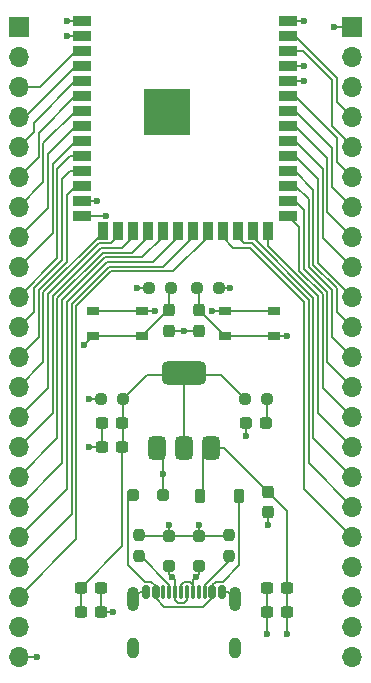
<source format=gtl>
G04 #@! TF.GenerationSoftware,KiCad,Pcbnew,8.0.3*
G04 #@! TF.CreationDate,2024-06-27T11:15:23-04:00*
G04 #@! TF.ProjectId,ESP32-S3-DevBoard,45535033-322d-4533-932d-446576426f61,rev?*
G04 #@! TF.SameCoordinates,Original*
G04 #@! TF.FileFunction,Copper,L1,Top*
G04 #@! TF.FilePolarity,Positive*
%FSLAX46Y46*%
G04 Gerber Fmt 4.6, Leading zero omitted, Abs format (unit mm)*
G04 Created by KiCad (PCBNEW 8.0.3) date 2024-06-27 11:15:23*
%MOMM*%
%LPD*%
G01*
G04 APERTURE LIST*
G04 Aperture macros list*
%AMRoundRect*
0 Rectangle with rounded corners*
0 $1 Rounding radius*
0 $2 $3 $4 $5 $6 $7 $8 $9 X,Y pos of 4 corners*
0 Add a 4 corners polygon primitive as box body*
4,1,4,$2,$3,$4,$5,$6,$7,$8,$9,$2,$3,0*
0 Add four circle primitives for the rounded corners*
1,1,$1+$1,$2,$3*
1,1,$1+$1,$4,$5*
1,1,$1+$1,$6,$7*
1,1,$1+$1,$8,$9*
0 Add four rect primitives between the rounded corners*
20,1,$1+$1,$2,$3,$4,$5,0*
20,1,$1+$1,$4,$5,$6,$7,0*
20,1,$1+$1,$6,$7,$8,$9,0*
20,1,$1+$1,$8,$9,$2,$3,0*%
G04 Aperture macros list end*
G04 #@! TA.AperFunction,SMDPad,CuDef*
%ADD10RoundRect,0.237500X-0.250000X-0.237500X0.250000X-0.237500X0.250000X0.237500X-0.250000X0.237500X0*%
G04 #@! TD*
G04 #@! TA.AperFunction,SMDPad,CuDef*
%ADD11R,1.050000X0.650000*%
G04 #@! TD*
G04 #@! TA.AperFunction,SMDPad,CuDef*
%ADD12RoundRect,0.375000X0.375000X-0.625000X0.375000X0.625000X-0.375000X0.625000X-0.375000X-0.625000X0*%
G04 #@! TD*
G04 #@! TA.AperFunction,SMDPad,CuDef*
%ADD13RoundRect,0.500000X1.400000X-0.500000X1.400000X0.500000X-1.400000X0.500000X-1.400000X-0.500000X0*%
G04 #@! TD*
G04 #@! TA.AperFunction,SMDPad,CuDef*
%ADD14RoundRect,0.237500X0.300000X0.237500X-0.300000X0.237500X-0.300000X-0.237500X0.300000X-0.237500X0*%
G04 #@! TD*
G04 #@! TA.AperFunction,SMDPad,CuDef*
%ADD15RoundRect,0.237500X0.237500X-0.250000X0.237500X0.250000X-0.237500X0.250000X-0.237500X-0.250000X0*%
G04 #@! TD*
G04 #@! TA.AperFunction,SMDPad,CuDef*
%ADD16R,1.500000X0.900000*%
G04 #@! TD*
G04 #@! TA.AperFunction,SMDPad,CuDef*
%ADD17R,0.900000X1.500000*%
G04 #@! TD*
G04 #@! TA.AperFunction,HeatsinkPad*
%ADD18C,0.600000*%
G04 #@! TD*
G04 #@! TA.AperFunction,SMDPad,CuDef*
%ADD19R,3.900000X3.900000*%
G04 #@! TD*
G04 #@! TA.AperFunction,SMDPad,CuDef*
%ADD20RoundRect,0.237500X-0.300000X-0.237500X0.300000X-0.237500X0.300000X0.237500X-0.300000X0.237500X0*%
G04 #@! TD*
G04 #@! TA.AperFunction,ComponentPad*
%ADD21R,1.700000X1.700000*%
G04 #@! TD*
G04 #@! TA.AperFunction,ComponentPad*
%ADD22O,1.700000X1.700000*%
G04 #@! TD*
G04 #@! TA.AperFunction,SMDPad,CuDef*
%ADD23RoundRect,0.237500X-0.237500X0.300000X-0.237500X-0.300000X0.237500X-0.300000X0.237500X0.300000X0*%
G04 #@! TD*
G04 #@! TA.AperFunction,SMDPad,CuDef*
%ADD24RoundRect,0.237500X0.250000X0.237500X-0.250000X0.237500X-0.250000X-0.237500X0.250000X-0.237500X0*%
G04 #@! TD*
G04 #@! TA.AperFunction,SMDPad,CuDef*
%ADD25RoundRect,0.237500X-0.237500X0.250000X-0.237500X-0.250000X0.237500X-0.250000X0.237500X0.250000X0*%
G04 #@! TD*
G04 #@! TA.AperFunction,SMDPad,CuDef*
%ADD26RoundRect,0.151100X-0.151100X-0.414300X0.151100X-0.414300X0.151100X0.414300X-0.151100X0.414300X0*%
G04 #@! TD*
G04 #@! TA.AperFunction,SMDPad,CuDef*
%ADD27RoundRect,0.150000X-0.150000X-0.425000X0.150000X-0.425000X0.150000X0.425000X-0.150000X0.425000X0*%
G04 #@! TD*
G04 #@! TA.AperFunction,SMDPad,CuDef*
%ADD28RoundRect,0.075000X-0.075000X-0.500000X0.075000X-0.500000X0.075000X0.500000X-0.075000X0.500000X0*%
G04 #@! TD*
G04 #@! TA.AperFunction,SMDPad,CuDef*
%ADD29RoundRect,0.151300X-0.151300X-0.414100X0.151300X-0.414100X0.151300X0.414100X-0.151300X0.414100X0*%
G04 #@! TD*
G04 #@! TA.AperFunction,ComponentPad*
%ADD30O,1.000000X2.100000*%
G04 #@! TD*
G04 #@! TA.AperFunction,ComponentPad*
%ADD31O,1.000000X1.800000*%
G04 #@! TD*
G04 #@! TA.AperFunction,SMDPad,CuDef*
%ADD32RoundRect,0.250000X0.250000X0.250000X-0.250000X0.250000X-0.250000X-0.250000X0.250000X-0.250000X0*%
G04 #@! TD*
G04 #@! TA.AperFunction,SMDPad,CuDef*
%ADD33RoundRect,0.250000X0.250000X-0.250000X0.250000X0.250000X-0.250000X0.250000X-0.250000X-0.250000X0*%
G04 #@! TD*
G04 #@! TA.AperFunction,SMDPad,CuDef*
%ADD34RoundRect,0.237500X-0.287500X-0.237500X0.287500X-0.237500X0.287500X0.237500X-0.287500X0.237500X0*%
G04 #@! TD*
G04 #@! TA.AperFunction,SMDPad,CuDef*
%ADD35RoundRect,0.250000X-0.250000X0.250000X-0.250000X-0.250000X0.250000X-0.250000X0.250000X0.250000X0*%
G04 #@! TD*
G04 #@! TA.AperFunction,SMDPad,CuDef*
%ADD36RoundRect,0.225000X-0.225000X-0.375000X0.225000X-0.375000X0.225000X0.375000X-0.225000X0.375000X0*%
G04 #@! TD*
G04 #@! TA.AperFunction,ViaPad*
%ADD37C,0.600000*%
G04 #@! TD*
G04 #@! TA.AperFunction,Conductor*
%ADD38C,0.200000*%
G04 #@! TD*
G04 APERTURE END LIST*
D10*
X187555500Y-76962000D03*
X189380500Y-76962000D03*
D11*
X182837000Y-78935000D03*
X186987000Y-78935000D03*
X182837000Y-81085000D03*
X186987000Y-81085000D03*
X194013000Y-78935000D03*
X198163000Y-78935000D03*
X194013000Y-81085000D03*
X198163000Y-81085000D03*
D12*
X188200000Y-90526000D03*
X190500000Y-90526000D03*
D13*
X190500000Y-84226000D03*
D12*
X192800000Y-90526000D03*
D14*
X185266500Y-90424000D03*
X183541500Y-90424000D03*
D15*
X194310000Y-99718500D03*
X194310000Y-97893500D03*
D14*
X185266500Y-88392000D03*
X183541500Y-88392000D03*
D16*
X181850000Y-54376000D03*
X181850000Y-55646000D03*
X181850000Y-56916000D03*
X181850000Y-58186000D03*
X181850000Y-59456000D03*
X181850000Y-60726000D03*
X181850000Y-61996000D03*
X181850000Y-63266000D03*
X181850000Y-64536000D03*
X181850000Y-65806000D03*
X181850000Y-67076000D03*
X181850000Y-68346000D03*
X181850000Y-69616000D03*
X181850000Y-70886000D03*
D17*
X183615000Y-72136000D03*
X184885000Y-72136000D03*
X186155000Y-72136000D03*
X187425000Y-72136000D03*
X188695000Y-72136000D03*
X189965000Y-72136000D03*
X191235000Y-72136000D03*
X192505000Y-72136000D03*
X193775000Y-72136000D03*
X195045000Y-72136000D03*
X196315000Y-72136000D03*
X197585000Y-72136000D03*
D16*
X199350000Y-70886000D03*
X199350000Y-69616000D03*
X199350000Y-68346000D03*
X199350000Y-67076000D03*
X199350000Y-65806000D03*
X199350000Y-64536000D03*
X199350000Y-63266000D03*
X199350000Y-61996000D03*
X199350000Y-60726000D03*
X199350000Y-59456000D03*
X199350000Y-58186000D03*
X199350000Y-56916000D03*
X199350000Y-55646000D03*
X199350000Y-54376000D03*
D18*
X187700000Y-61396000D03*
X187700000Y-62796000D03*
X188400000Y-60696000D03*
X188400000Y-62096000D03*
X188400000Y-63496000D03*
X189100000Y-61396000D03*
D19*
X189100000Y-62096000D03*
D18*
X189100000Y-62796000D03*
X189800000Y-60696000D03*
X189800000Y-62096000D03*
X189800000Y-63496000D03*
X190500000Y-61396000D03*
X190500000Y-62796000D03*
D10*
X195683500Y-86360000D03*
X197508500Y-86360000D03*
D20*
X181763500Y-102362000D03*
X183488500Y-102362000D03*
D21*
X176530000Y-54864000D03*
D22*
X176530000Y-57404000D03*
X176530000Y-59944000D03*
X176530000Y-62484000D03*
X176530000Y-65024000D03*
X176530000Y-67564000D03*
X176530000Y-70104000D03*
X176530000Y-72644000D03*
X176530000Y-75184000D03*
X176530000Y-77724000D03*
X176530000Y-80264000D03*
X176530000Y-82804000D03*
X176530000Y-85344000D03*
X176530000Y-87884000D03*
X176530000Y-90424000D03*
X176530000Y-92964000D03*
X176530000Y-95504000D03*
X176530000Y-98044000D03*
X176530000Y-100584000D03*
X176530000Y-103124000D03*
X176530000Y-105664000D03*
X176530000Y-108204000D03*
D14*
X199236500Y-104394000D03*
X197511500Y-104394000D03*
D23*
X191770000Y-78893500D03*
X191770000Y-80618500D03*
D24*
X193444500Y-76962000D03*
X191619500Y-76962000D03*
D25*
X186690000Y-97893500D03*
X186690000Y-99718500D03*
D21*
X204724000Y-54864000D03*
D22*
X204724000Y-57404000D03*
X204724000Y-59944000D03*
X204724000Y-62484000D03*
X204724000Y-65024000D03*
X204724000Y-67564000D03*
X204724000Y-70104000D03*
X204724000Y-72644000D03*
X204724000Y-75184000D03*
X204724000Y-77724000D03*
X204724000Y-80264000D03*
X204724000Y-82804000D03*
X204724000Y-85344000D03*
X204724000Y-87884000D03*
X204724000Y-90424000D03*
X204724000Y-92964000D03*
X204724000Y-95504000D03*
X204724000Y-98044000D03*
X204724000Y-100584000D03*
X204724000Y-103124000D03*
X204724000Y-105664000D03*
X204724000Y-108204000D03*
D14*
X199236500Y-102362000D03*
X197511500Y-102362000D03*
D20*
X181763500Y-104394000D03*
X183488500Y-104394000D03*
D26*
X187302200Y-102736400D03*
D27*
X188100000Y-102746000D03*
D28*
X189250000Y-102746000D03*
X190250000Y-102746000D03*
X190750000Y-102746000D03*
X191750000Y-102746000D03*
D27*
X192900000Y-102746000D03*
D29*
X193702600Y-102736400D03*
X193702600Y-102736400D03*
D27*
X192900000Y-102746000D03*
D28*
X192250000Y-102746000D03*
X191250000Y-102746000D03*
X189750000Y-102746000D03*
X188750000Y-102746000D03*
D27*
X188100000Y-102746000D03*
D26*
X187302200Y-102736400D03*
D30*
X186180000Y-103321000D03*
D31*
X186180000Y-107501000D03*
D30*
X194820000Y-103321000D03*
D31*
X194820000Y-107501000D03*
D23*
X197612000Y-94260500D03*
X197612000Y-95985500D03*
X189230000Y-78893500D03*
X189230000Y-80618500D03*
D32*
X188702000Y-94488000D03*
X186202000Y-94488000D03*
D33*
X191750000Y-100500000D03*
X191750000Y-98000000D03*
D34*
X195721000Y-88392000D03*
X197471000Y-88392000D03*
D24*
X185316500Y-86360000D03*
X183491500Y-86360000D03*
D35*
X189250000Y-98000000D03*
X189250000Y-100500000D03*
D36*
X191898000Y-94615000D03*
X195198000Y-94615000D03*
D37*
X178054000Y-108204000D03*
X203200000Y-54864000D03*
X180594000Y-54380000D03*
X188722000Y-92710000D03*
X190500000Y-80645000D03*
X197612000Y-97028000D03*
X184531000Y-104394000D03*
X192913000Y-78935000D03*
X200660000Y-54380000D03*
X189250000Y-97028000D03*
X188087000Y-78935000D03*
X197511500Y-106299000D03*
X191750000Y-97028000D03*
X182499000Y-90424000D03*
X195721000Y-89521000D03*
X199263000Y-81085000D03*
X182054500Y-81851500D03*
X199236500Y-106299000D03*
X186563000Y-76962000D03*
X194437000Y-76962000D03*
X180594000Y-55650000D03*
X182499000Y-86360000D03*
X200660000Y-59436000D03*
X200660000Y-58166000D03*
X189484000Y-101473000D03*
X183134000Y-69596000D03*
X183896000Y-70885998D03*
X191516000Y-101473000D03*
D38*
X204724000Y-54864000D02*
X203200000Y-54864000D01*
X176530000Y-108204000D02*
X178054000Y-108204000D01*
X200636000Y-58190000D02*
X199350000Y-58190000D01*
X200660000Y-58166000D02*
X200636000Y-58190000D01*
X200660000Y-54380000D02*
X199350000Y-54380000D01*
X180594000Y-55650000D02*
X181850000Y-55650000D01*
X180594000Y-54380000D02*
X181850000Y-54380000D01*
X199263000Y-81085000D02*
X198163000Y-81085000D01*
X193444500Y-76962000D02*
X194437000Y-76962000D01*
X187555500Y-76962000D02*
X186563000Y-76962000D01*
X188087000Y-78935000D02*
X186987000Y-78935000D01*
X182054500Y-81851500D02*
X182070500Y-81851500D01*
X182070500Y-81851500D02*
X182837000Y-81085000D01*
X182499000Y-86360000D02*
X183491500Y-86360000D01*
X182499000Y-90424000D02*
X183541500Y-90424000D01*
X197612000Y-95985500D02*
X197612000Y-97028000D01*
X191750000Y-97028000D02*
X191750000Y-98000000D01*
X189250000Y-97028000D02*
X189250000Y-98000000D01*
X184531000Y-104394000D02*
X183488500Y-104394000D01*
X186796500Y-98000000D02*
X186690000Y-97893500D01*
X189250000Y-98000000D02*
X186796500Y-98000000D01*
X194203500Y-98000000D02*
X194310000Y-97893500D01*
X191750000Y-98000000D02*
X194203500Y-98000000D01*
X191750000Y-98000000D02*
X189250000Y-98000000D01*
X199236500Y-106299000D02*
X199236500Y-104394000D01*
X197511500Y-106299000D02*
X197511500Y-104394000D01*
X188702000Y-92730000D02*
X188722000Y-92710000D01*
X190526500Y-80618500D02*
X191770000Y-80618500D01*
X194013000Y-78935000D02*
X198163000Y-78935000D01*
X190500000Y-80645000D02*
X190526500Y-80618500D01*
X197511500Y-102362000D02*
X197511500Y-104394000D01*
X182837000Y-78935000D02*
X186987000Y-78935000D01*
X188722000Y-92710000D02*
X188722000Y-91048000D01*
X193700000Y-102746000D02*
X194245000Y-102746000D01*
X190500000Y-80645000D02*
X190473500Y-80618500D01*
X188702000Y-94488000D02*
X188702000Y-92730000D01*
X190473500Y-80618500D02*
X189230000Y-80618500D01*
X187300000Y-102746000D02*
X186755000Y-102746000D01*
X194245000Y-102746000D02*
X194820000Y-103321000D01*
X189100000Y-60680000D02*
X189100000Y-62100000D01*
X183488500Y-102362000D02*
X183488500Y-104394000D01*
X195721000Y-89521000D02*
X195721000Y-88392000D01*
X188722000Y-91048000D02*
X188200000Y-90526000D01*
X186755000Y-102746000D02*
X186180000Y-103321000D01*
X192913000Y-78935000D02*
X194013000Y-78935000D01*
X183541500Y-88392000D02*
X183541500Y-90424000D01*
X185266500Y-98859000D02*
X185266500Y-90424000D01*
X181763500Y-102362000D02*
X185266500Y-98859000D01*
X185316500Y-90374000D02*
X185266500Y-90424000D01*
X190602000Y-84328000D02*
X190500000Y-84226000D01*
X190398000Y-84328000D02*
X190500000Y-84226000D01*
X185316500Y-86360000D02*
X185316500Y-90374000D01*
X185316500Y-86360000D02*
X187348500Y-84328000D01*
X190500000Y-90526000D02*
X190500000Y-84226000D01*
X195683500Y-86360000D02*
X193651500Y-84328000D01*
X181763500Y-102362000D02*
X181763500Y-104394000D01*
X187348500Y-84328000D02*
X190398000Y-84328000D01*
X193651500Y-84328000D02*
X190602000Y-84328000D01*
X202254000Y-85414000D02*
X204724000Y-87884000D01*
X200260000Y-75522744D02*
X202254000Y-77516744D01*
X191770000Y-78893500D02*
X191770000Y-77112500D01*
X191821500Y-78893500D02*
X194013000Y-81085000D01*
X194013000Y-81085000D02*
X198163000Y-81085000D01*
X202254000Y-77516744D02*
X202254000Y-85414000D01*
X191770000Y-77112500D02*
X191619500Y-76962000D01*
X199350000Y-70890000D02*
X200260000Y-71800000D01*
X200260000Y-71800000D02*
X200260000Y-75522744D01*
X191770000Y-78893500D02*
X191821500Y-78893500D01*
X178308000Y-59944000D02*
X176530000Y-59944000D01*
X189230000Y-77112500D02*
X189380500Y-76962000D01*
X189230000Y-78893500D02*
X189230000Y-77112500D01*
X181332000Y-56920000D02*
X178308000Y-59944000D01*
X189230000Y-78893500D02*
X189178500Y-78893500D01*
X181850000Y-56920000D02*
X181332000Y-56920000D01*
X189178500Y-78893500D02*
X186987000Y-81085000D01*
X186987000Y-81085000D02*
X182837000Y-81085000D01*
X192800000Y-90526000D02*
X193877500Y-90526000D01*
X192151000Y-94362000D02*
X192151000Y-92710000D01*
X193167000Y-90893000D02*
X192800000Y-90526000D01*
X197612000Y-94260500D02*
X199236500Y-95885000D01*
X192151000Y-92710000D02*
X192151000Y-91175000D01*
X193877500Y-90526000D02*
X197612000Y-94260500D01*
X199236500Y-104394000D02*
X199236500Y-102362000D01*
X199236500Y-95885000D02*
X199236500Y-102362000D01*
X191898000Y-94615000D02*
X192151000Y-94362000D01*
X192151000Y-91175000D02*
X192800000Y-90526000D01*
X197508500Y-88354500D02*
X197471000Y-88392000D01*
X197508500Y-86360000D02*
X197508500Y-88354500D01*
X192900000Y-103264000D02*
X192900000Y-102746000D01*
X188100000Y-103264000D02*
X188857000Y-104021000D01*
X192143000Y-104021000D02*
X192900000Y-103264000D01*
X185801000Y-100447000D02*
X187208000Y-101854000D01*
X185801000Y-94889000D02*
X185801000Y-100447000D01*
X193217001Y-101854000D02*
X192900000Y-102171001D01*
X193792000Y-101854000D02*
X193217001Y-101854000D01*
X187706000Y-101854000D02*
X188100000Y-102248000D01*
X195199000Y-94235000D02*
X195199000Y-100447000D01*
X188100000Y-102248000D02*
X188100000Y-102746000D01*
X186202000Y-94488000D02*
X185801000Y-94889000D01*
X187208000Y-101854000D02*
X187706000Y-101854000D01*
X188857000Y-104021000D02*
X192143000Y-104021000D01*
X195198000Y-94234000D02*
X195199000Y-94235000D01*
X188100000Y-102746000D02*
X188100000Y-103264000D01*
X192900000Y-102171001D02*
X192900000Y-102746000D01*
X195199000Y-100447000D02*
X193792000Y-101854000D01*
X186829910Y-99718500D02*
X189250000Y-102138590D01*
X186690000Y-99718500D02*
X186829910Y-99718500D01*
X189250000Y-102138590D02*
X189250000Y-102746000D01*
X194310000Y-99718500D02*
X194310000Y-100076000D01*
X192250000Y-102136000D02*
X192250000Y-102746000D01*
X194310000Y-100076000D02*
X192250000Y-102136000D01*
X181368000Y-68350000D02*
X180600000Y-69118000D01*
X178200000Y-81134000D02*
X176530000Y-82804000D01*
X180600000Y-69118000D02*
X180600000Y-74785372D01*
X180600000Y-74785372D02*
X178200000Y-77185372D01*
X181850000Y-68350000D02*
X181368000Y-68350000D01*
X178200000Y-77185372D02*
X178200000Y-81134000D01*
X184885000Y-72140000D02*
X184885000Y-72670000D01*
X179000000Y-85414000D02*
X176530000Y-87884000D01*
X184365000Y-73190000D02*
X183326744Y-73190000D01*
X184885000Y-72670000D02*
X184365000Y-73190000D01*
X179000000Y-77516744D02*
X179000000Y-85414000D01*
X183326744Y-73190000D02*
X179000000Y-77516744D01*
X186155000Y-72140000D02*
X186155000Y-72670000D01*
X186155000Y-72670000D02*
X185235000Y-73590000D01*
X183492430Y-73590000D02*
X179400000Y-77682430D01*
X179400000Y-77682430D02*
X179400000Y-87554000D01*
X185235000Y-73590000D02*
X183492430Y-73590000D01*
X179400000Y-87554000D02*
X176530000Y-90424000D01*
X179400000Y-72314000D02*
X176530000Y-75184000D01*
X181332000Y-64540000D02*
X179400000Y-66472000D01*
X181850000Y-64540000D02*
X181332000Y-64540000D01*
X179400000Y-66472000D02*
X179400000Y-72314000D01*
X179800000Y-74454000D02*
X176530000Y-77724000D01*
X179800000Y-66910000D02*
X179800000Y-74454000D01*
X181850000Y-65810000D02*
X180900000Y-65810000D01*
X180900000Y-65810000D02*
X179800000Y-66910000D01*
X181850000Y-67080000D02*
X180900000Y-67080000D01*
X180200000Y-67780000D02*
X180200000Y-74619686D01*
X177800000Y-78994000D02*
X176530000Y-80264000D01*
X177800000Y-77019686D02*
X177800000Y-78994000D01*
X180900000Y-67080000D02*
X180200000Y-67780000D01*
X180200000Y-74619686D02*
X177800000Y-77019686D01*
X179000000Y-70174000D02*
X176530000Y-72644000D01*
X179000000Y-65602000D02*
X179000000Y-70174000D01*
X181332000Y-63270000D02*
X179000000Y-65602000D01*
X181850000Y-63270000D02*
X181332000Y-63270000D01*
X183658116Y-73990000D02*
X179800000Y-77848116D01*
X179800000Y-89694000D02*
X176530000Y-92964000D01*
X187425000Y-72140000D02*
X187425000Y-72670000D01*
X179800000Y-77848116D02*
X179800000Y-89694000D01*
X187425000Y-72670000D02*
X186105000Y-73990000D01*
X186105000Y-73990000D02*
X183658116Y-73990000D01*
X183823802Y-74390000D02*
X180200000Y-78013802D01*
X186975000Y-74390000D02*
X183823802Y-74390000D01*
X180200000Y-78013802D02*
X180200000Y-91834000D01*
X180200000Y-91834000D02*
X176530000Y-95504000D01*
X188695000Y-72140000D02*
X188695000Y-72670000D01*
X188695000Y-72670000D02*
X186975000Y-74390000D01*
X183615000Y-72336058D02*
X178600000Y-77351058D01*
X178600000Y-77351058D02*
X178600000Y-83274000D01*
X178600000Y-83274000D02*
X176530000Y-85344000D01*
X183615000Y-72140000D02*
X183615000Y-72336058D01*
X181850000Y-58190000D02*
X181332000Y-58190000D01*
X181332000Y-58190000D02*
X177038000Y-62484000D01*
X177038000Y-62484000D02*
X176530000Y-62484000D01*
X178600000Y-68034000D02*
X176530000Y-70104000D01*
X178600000Y-64732000D02*
X178600000Y-68034000D01*
X181332000Y-62000000D02*
X178600000Y-64732000D01*
X181850000Y-62000000D02*
X181332000Y-62000000D01*
X181320000Y-60730000D02*
X178200000Y-63850000D01*
X178200000Y-65894000D02*
X176530000Y-67564000D01*
X181850000Y-60730000D02*
X181320000Y-60730000D01*
X178200000Y-63850000D02*
X178200000Y-65894000D01*
X191235000Y-72670000D02*
X188715000Y-75190000D01*
X184155174Y-75190000D02*
X181000000Y-78345174D01*
X191235000Y-72140000D02*
X191235000Y-72670000D01*
X181000000Y-96114000D02*
X176530000Y-100584000D01*
X181000000Y-78345174D02*
X181000000Y-96114000D01*
X188715000Y-75190000D02*
X184155174Y-75190000D01*
X189965000Y-72670000D02*
X187845000Y-74790000D01*
X187845000Y-74790000D02*
X183989488Y-74790000D01*
X183989488Y-74790000D02*
X180600000Y-78179488D01*
X180600000Y-93974000D02*
X176530000Y-98044000D01*
X189965000Y-72140000D02*
X189965000Y-72670000D01*
X180600000Y-78179488D02*
X180600000Y-93974000D01*
X192505000Y-72140000D02*
X192505000Y-72670000D01*
X192505000Y-72670000D02*
X189585000Y-75590000D01*
X181400000Y-78510860D02*
X181400000Y-98254000D01*
X181400000Y-98254000D02*
X176530000Y-103124000D01*
X184320860Y-75590000D02*
X181400000Y-78510860D01*
X189585000Y-75590000D02*
X184320860Y-75590000D01*
X181320000Y-59460000D02*
X177800000Y-62980000D01*
X181850000Y-59460000D02*
X181320000Y-59460000D01*
X177800000Y-63754000D02*
X176530000Y-65024000D01*
X177800000Y-62980000D02*
X177800000Y-63754000D01*
X199350000Y-60730000D02*
X199922000Y-60730000D01*
X199922000Y-60730000D02*
X203460000Y-64268000D01*
X203460000Y-66300000D02*
X204724000Y-67564000D01*
X203460000Y-64268000D02*
X203460000Y-66300000D01*
X203060000Y-65138000D02*
X203060000Y-68440000D01*
X199350000Y-62000000D02*
X199922000Y-62000000D01*
X199922000Y-62000000D02*
X203060000Y-65138000D01*
X203060000Y-68440000D02*
X204724000Y-70104000D01*
X199350000Y-68350000D02*
X199922000Y-68350000D01*
X203054000Y-81134000D02*
X204724000Y-82804000D01*
X201060000Y-75191372D02*
X203054000Y-77185372D01*
X203054000Y-77185372D02*
X203054000Y-81134000D01*
X199922000Y-68350000D02*
X201060000Y-69488000D01*
X201060000Y-69488000D02*
X201060000Y-75191372D01*
X200636000Y-59460000D02*
X200660000Y-59436000D01*
X199350000Y-59460000D02*
X200636000Y-59460000D01*
X201854000Y-87554000D02*
X204724000Y-90424000D01*
X197585000Y-73413430D02*
X201854000Y-77682430D01*
X201854000Y-77682430D02*
X201854000Y-87554000D01*
X197585000Y-72140000D02*
X197585000Y-73413430D01*
X199350000Y-63270000D02*
X199922000Y-63270000D01*
X199922000Y-63270000D02*
X202660000Y-66008000D01*
X202660000Y-70580000D02*
X204724000Y-72644000D01*
X202660000Y-66008000D02*
X202660000Y-70580000D01*
X196315000Y-72140000D02*
X196315000Y-72709116D01*
X201454000Y-89694000D02*
X204724000Y-92964000D01*
X196315000Y-72709116D02*
X201454000Y-77848116D01*
X201454000Y-77848116D02*
X201454000Y-89694000D01*
X202654000Y-77351058D02*
X202654000Y-83274000D01*
X199922000Y-69620000D02*
X200660000Y-70358000D01*
X200660000Y-75357058D02*
X202654000Y-77351058D01*
X200660000Y-70358000D02*
X200660000Y-75357058D01*
X199350000Y-69620000D02*
X199922000Y-69620000D01*
X202654000Y-83274000D02*
X204724000Y-85344000D01*
X199922000Y-55650000D02*
X203454000Y-59182000D01*
X203454000Y-59182000D02*
X203454000Y-61214000D01*
X203454000Y-61214000D02*
X204724000Y-62484000D01*
X199350000Y-55650000D02*
X199922000Y-55650000D01*
X203454000Y-78994000D02*
X204724000Y-80264000D01*
X203454000Y-77019686D02*
X203454000Y-78994000D01*
X201460000Y-68660000D02*
X201460000Y-75025686D01*
X199350000Y-67080000D02*
X199880000Y-67080000D01*
X201460000Y-75025686D02*
X203454000Y-77019686D01*
X199880000Y-67080000D02*
X201460000Y-68660000D01*
X201860000Y-74860000D02*
X204724000Y-77724000D01*
X201860000Y-67790000D02*
X201860000Y-74860000D01*
X199880000Y-65810000D02*
X201860000Y-67790000D01*
X199350000Y-65810000D02*
X199880000Y-65810000D01*
X202260000Y-66878000D02*
X202260000Y-72720000D01*
X202260000Y-72720000D02*
X204724000Y-75184000D01*
X199922000Y-64540000D02*
X202260000Y-66878000D01*
X199350000Y-64540000D02*
X199922000Y-64540000D01*
X204724000Y-64966314D02*
X204724000Y-65024000D01*
X200626314Y-56920000D02*
X203054000Y-59347686D01*
X203054000Y-63296314D02*
X204724000Y-64966314D01*
X203054000Y-59347686D02*
X203054000Y-63296314D01*
X199350000Y-56920000D02*
X200626314Y-56920000D01*
X193775000Y-72670000D02*
X194695000Y-73590000D01*
X200654000Y-78179488D02*
X200654000Y-93974000D01*
X193775000Y-72140000D02*
X193775000Y-72670000D01*
X194695000Y-73590000D02*
X196064512Y-73590000D01*
X200654000Y-93974000D02*
X204724000Y-98044000D01*
X196064512Y-73590000D02*
X200654000Y-78179488D01*
X201054000Y-78013802D02*
X201054000Y-91834000D01*
X195045000Y-72670000D02*
X195565000Y-73190000D01*
X195045000Y-72140000D02*
X195045000Y-72670000D01*
X201054000Y-91834000D02*
X204724000Y-95504000D01*
X196230198Y-73190000D02*
X201054000Y-78013802D01*
X195565000Y-73190000D02*
X196230198Y-73190000D01*
X189750000Y-102746000D02*
X189750000Y-103390000D01*
X183110000Y-69620000D02*
X183134000Y-69596000D01*
X181850000Y-69620000D02*
X183110000Y-69620000D01*
X189250000Y-101239000D02*
X189484000Y-101473000D01*
X189250000Y-100500000D02*
X189250000Y-101239000D01*
X189750000Y-101739000D02*
X189484000Y-101473000D01*
X189981000Y-103621000D02*
X190511000Y-103621000D01*
X189750000Y-102746000D02*
X189750000Y-101739000D01*
X190511000Y-103621000D02*
X190750000Y-103382000D01*
X189750000Y-103390000D02*
X189981000Y-103621000D01*
X190750000Y-103382000D02*
X190750000Y-102746000D01*
X190250000Y-102104000D02*
X190483000Y-101871000D01*
X190483000Y-101871000D02*
X190982410Y-101871000D01*
X191750000Y-100500000D02*
X191750000Y-101239000D01*
X191250000Y-102746000D02*
X191250000Y-101739000D01*
X191250000Y-102138590D02*
X191250000Y-102746000D01*
X183891998Y-70890000D02*
X181850000Y-70890000D01*
X191250000Y-101739000D02*
X191516000Y-101473000D01*
X190982410Y-101871000D02*
X191250000Y-102138590D01*
X191750000Y-101239000D02*
X191516000Y-101473000D01*
X190250000Y-102746000D02*
X190250000Y-102104000D01*
X183896000Y-70885998D02*
X183891998Y-70890000D01*
M02*

</source>
